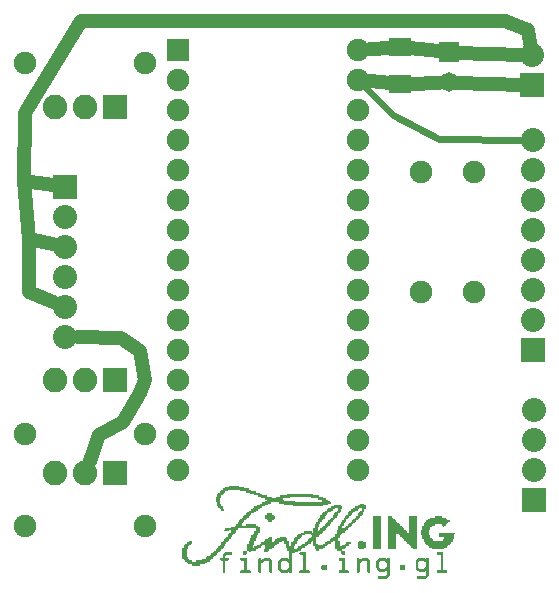
<source format=gtl>
G04 MADE WITH FRITZING*
G04 WWW.FRITZING.ORG*
G04 DOUBLE SIDED*
G04 HOLES PLATED*
G04 CONTOUR ON CENTER OF CONTOUR VECTOR*
%ASAXBY*%
%FSLAX23Y23*%
%MOIN*%
%OFA0B0*%
%SFA1.0B1.0*%
%ADD10C,0.080000*%
%ADD11C,0.075000*%
%ADD12C,0.082000*%
%ADD13C,0.065000*%
%ADD14R,0.080000X0.080000*%
%ADD15R,0.074803X0.062992*%
%ADD16R,0.082000X0.082000*%
%ADD17R,0.075000X0.075000*%
%ADD18C,0.048000*%
%ADD19C,0.024000*%
%ADD20R,0.001000X0.001000*%
%LNCOPPER1*%
G90*
G70*
G54D10*
X214Y1336D03*
X214Y1236D03*
X214Y1136D03*
X214Y1036D03*
X214Y936D03*
X214Y836D03*
X1778Y290D03*
X1778Y390D03*
X1778Y490D03*
X1778Y590D03*
X1771Y1674D03*
X1771Y1774D03*
G54D11*
X479Y1747D03*
X79Y1747D03*
X479Y513D03*
X79Y513D03*
X479Y206D03*
X79Y206D03*
X1578Y1386D03*
X1578Y986D03*
X1399Y1386D03*
X1399Y986D03*
G54D12*
X382Y1601D03*
X282Y1601D03*
X182Y1601D03*
X382Y692D03*
X282Y692D03*
X182Y692D03*
X382Y381D03*
X282Y381D03*
X182Y381D03*
G54D13*
X1495Y1784D03*
X1495Y1684D03*
X1495Y1784D03*
X1495Y1684D03*
G54D10*
X1775Y791D03*
X1775Y891D03*
X1775Y991D03*
X1775Y1091D03*
X1775Y1191D03*
X1775Y1291D03*
X1775Y1391D03*
X1775Y1491D03*
G54D11*
X590Y1792D03*
X1190Y1792D03*
X590Y1692D03*
X1190Y1692D03*
X590Y1592D03*
X1190Y1592D03*
X590Y1492D03*
X1190Y1492D03*
X590Y1392D03*
X1190Y1392D03*
X590Y1292D03*
X1190Y1292D03*
X590Y1192D03*
X1190Y1192D03*
X590Y1092D03*
X1190Y1092D03*
X590Y992D03*
X1190Y992D03*
X590Y892D03*
X1190Y892D03*
X590Y792D03*
X1190Y792D03*
X590Y692D03*
X1190Y692D03*
X590Y592D03*
X1190Y592D03*
X590Y492D03*
X1190Y492D03*
X590Y392D03*
X1190Y392D03*
G54D14*
X214Y1336D03*
X1778Y290D03*
X1771Y1674D03*
G54D15*
X1331Y1800D03*
X1331Y1678D03*
G54D16*
X382Y1601D03*
X382Y692D03*
X382Y381D03*
G54D14*
X1775Y791D03*
G54D17*
X590Y1792D03*
G54D18*
X401Y832D02*
X257Y835D01*
D02*
X481Y690D02*
X463Y789D01*
D02*
X463Y789D02*
X401Y832D01*
D02*
X407Y551D02*
X465Y647D01*
D02*
X328Y508D02*
X407Y551D01*
D02*
X465Y647D02*
X481Y690D01*
D02*
X297Y421D02*
X328Y508D01*
D02*
X76Y1354D02*
X80Y1583D01*
D02*
X80Y1583D02*
X268Y1888D01*
D02*
X268Y1888D02*
X1679Y1888D01*
D02*
X1679Y1888D02*
X1756Y1857D01*
D02*
X1756Y1857D02*
X1763Y1816D01*
D02*
X173Y1341D02*
X76Y1354D01*
D02*
X93Y1162D02*
X173Y1145D01*
D02*
X76Y1354D02*
X93Y1162D01*
D02*
X93Y986D02*
X175Y952D01*
D02*
X93Y1162D02*
X93Y986D01*
D02*
X1459Y1682D02*
X1363Y1679D01*
D02*
X1299Y1681D02*
X1230Y1688D01*
D02*
X1299Y1798D02*
X1230Y1794D01*
D02*
X1459Y1787D02*
X1363Y1797D01*
G54D19*
D02*
X1744Y1492D02*
X1461Y1496D01*
D02*
X1306Y1574D02*
X1210Y1672D01*
D02*
X1461Y1496D02*
X1306Y1574D01*
G54D18*
D02*
X1520Y1683D02*
X1740Y1676D01*
D02*
X1520Y1783D02*
X1740Y1776D01*
G36*
X886Y247D02*
X886Y242D01*
X881Y242D01*
X881Y229D01*
X886Y229D01*
X886Y224D01*
X890Y224D01*
X890Y219D01*
X904Y219D01*
X904Y224D01*
X909Y224D01*
X909Y229D01*
X913Y229D01*
X913Y238D01*
X909Y238D01*
X909Y242D01*
X904Y242D01*
X904Y247D01*
X886Y247D01*
G37*
D02*
G36*
X1239Y238D02*
X1239Y128D01*
X1267Y128D01*
X1267Y238D01*
X1239Y238D01*
G37*
D02*
G36*
X1290Y238D02*
X1290Y183D01*
X1354Y183D01*
X1354Y187D01*
X1350Y187D01*
X1350Y192D01*
X1345Y192D01*
X1345Y197D01*
X1340Y197D01*
X1340Y201D01*
X1336Y201D01*
X1336Y206D01*
X1331Y206D01*
X1331Y210D01*
X1327Y210D01*
X1327Y215D01*
X1322Y215D01*
X1322Y219D01*
X1317Y219D01*
X1317Y224D01*
X1313Y224D01*
X1313Y229D01*
X1308Y229D01*
X1308Y233D01*
X1304Y233D01*
X1304Y238D01*
X1290Y238D01*
G37*
D02*
G36*
X1359Y238D02*
X1359Y183D01*
X1386Y183D01*
X1386Y238D01*
X1359Y238D01*
G37*
D02*
G36*
X1290Y183D02*
X1290Y178D01*
X1386Y178D01*
X1386Y183D01*
X1290Y183D01*
G37*
D02*
G36*
X1290Y183D02*
X1290Y178D01*
X1386Y178D01*
X1386Y183D01*
X1290Y183D01*
G37*
D02*
G36*
X1290Y178D02*
X1290Y128D01*
X1317Y128D01*
X1317Y178D01*
X1290Y178D01*
G37*
D02*
G36*
X1327Y178D02*
X1327Y174D01*
X1331Y174D01*
X1331Y169D01*
X1336Y169D01*
X1336Y164D01*
X1340Y164D01*
X1340Y160D01*
X1345Y160D01*
X1345Y155D01*
X1350Y155D01*
X1350Y151D01*
X1354Y151D01*
X1354Y146D01*
X1359Y146D01*
X1359Y141D01*
X1363Y141D01*
X1363Y137D01*
X1368Y137D01*
X1368Y132D01*
X1373Y132D01*
X1373Y128D01*
X1386Y128D01*
X1386Y178D01*
X1327Y178D01*
G37*
D02*
G36*
X1446Y238D02*
X1446Y233D01*
X1432Y233D01*
X1432Y229D01*
X1423Y229D01*
X1423Y224D01*
X1418Y224D01*
X1418Y219D01*
X1414Y219D01*
X1414Y215D01*
X1409Y215D01*
X1409Y210D01*
X1469Y210D01*
X1469Y206D01*
X1474Y206D01*
X1474Y201D01*
X1478Y201D01*
X1478Y206D01*
X1483Y206D01*
X1483Y210D01*
X1487Y210D01*
X1487Y215D01*
X1492Y215D01*
X1492Y219D01*
X1497Y219D01*
X1497Y224D01*
X1487Y224D01*
X1487Y229D01*
X1483Y229D01*
X1483Y233D01*
X1469Y233D01*
X1469Y238D01*
X1446Y238D01*
G37*
D02*
G36*
X1409Y210D02*
X1409Y206D01*
X1405Y206D01*
X1405Y192D01*
X1400Y192D01*
X1400Y174D01*
X1405Y174D01*
X1405Y160D01*
X1409Y160D01*
X1409Y155D01*
X1441Y155D01*
X1441Y160D01*
X1437Y160D01*
X1437Y164D01*
X1432Y164D01*
X1432Y174D01*
X1428Y174D01*
X1428Y192D01*
X1432Y192D01*
X1432Y201D01*
X1437Y201D01*
X1437Y206D01*
X1446Y206D01*
X1446Y210D01*
X1409Y210D01*
G37*
D02*
G36*
X1460Y183D02*
X1460Y169D01*
X1478Y169D01*
X1478Y160D01*
X1474Y160D01*
X1474Y155D01*
X1506Y155D01*
X1506Y160D01*
X1510Y160D01*
X1510Y178D01*
X1515Y178D01*
X1515Y183D01*
X1460Y183D01*
G37*
D02*
G36*
X1409Y155D02*
X1409Y151D01*
X1506Y151D01*
X1506Y155D01*
X1409Y155D01*
G37*
D02*
G36*
X1409Y155D02*
X1409Y151D01*
X1506Y151D01*
X1506Y155D01*
X1409Y155D01*
G37*
D02*
G36*
X1414Y151D02*
X1414Y146D01*
X1418Y146D01*
X1418Y141D01*
X1423Y141D01*
X1423Y137D01*
X1428Y137D01*
X1428Y132D01*
X1437Y132D01*
X1437Y128D01*
X1478Y128D01*
X1478Y132D01*
X1487Y132D01*
X1487Y137D01*
X1492Y137D01*
X1492Y141D01*
X1497Y141D01*
X1497Y146D01*
X1501Y146D01*
X1501Y151D01*
X1414Y151D01*
G37*
D02*
G36*
X762Y339D02*
X762Y334D01*
X748Y334D01*
X748Y330D01*
X739Y330D01*
X739Y325D01*
X798Y325D01*
X798Y321D01*
X817Y321D01*
X817Y316D01*
X831Y316D01*
X831Y311D01*
X844Y311D01*
X844Y307D01*
X858Y307D01*
X858Y302D01*
X867Y302D01*
X867Y298D01*
X904Y298D01*
X904Y302D01*
X886Y302D01*
X886Y307D01*
X872Y307D01*
X872Y311D01*
X863Y311D01*
X863Y316D01*
X849Y316D01*
X849Y321D01*
X835Y321D01*
X835Y325D01*
X826Y325D01*
X826Y330D01*
X812Y330D01*
X812Y334D01*
X794Y334D01*
X794Y339D01*
X762Y339D01*
G37*
D02*
G36*
X734Y325D02*
X734Y321D01*
X729Y321D01*
X729Y316D01*
X725Y316D01*
X725Y311D01*
X720Y311D01*
X720Y302D01*
X716Y302D01*
X716Y284D01*
X720Y284D01*
X720Y270D01*
X725Y270D01*
X725Y265D01*
X729Y265D01*
X729Y261D01*
X734Y261D01*
X734Y256D01*
X743Y256D01*
X743Y261D01*
X739Y261D01*
X739Y270D01*
X734Y270D01*
X734Y279D01*
X729Y279D01*
X729Y298D01*
X734Y298D01*
X734Y307D01*
X739Y307D01*
X739Y311D01*
X743Y311D01*
X743Y316D01*
X748Y316D01*
X748Y321D01*
X757Y321D01*
X757Y325D01*
X734Y325D01*
G37*
D02*
G36*
X955Y311D02*
X955Y307D01*
X932Y307D01*
X932Y302D01*
X1033Y302D01*
X1033Y298D01*
X1056Y298D01*
X1056Y293D01*
X1069Y293D01*
X1069Y284D01*
X1097Y284D01*
X1097Y288D01*
X1092Y288D01*
X1092Y293D01*
X1083Y293D01*
X1083Y298D01*
X1074Y298D01*
X1074Y302D01*
X1060Y302D01*
X1060Y307D01*
X1042Y307D01*
X1042Y311D01*
X955Y311D01*
G37*
D02*
G36*
X918Y302D02*
X918Y298D01*
X964Y298D01*
X964Y302D01*
X918Y302D01*
G37*
D02*
G36*
X881Y298D02*
X881Y293D01*
X941Y293D01*
X941Y298D01*
X881Y298D01*
G37*
D02*
G36*
X881Y298D02*
X881Y293D01*
X941Y293D01*
X941Y298D01*
X881Y298D01*
G37*
D02*
G36*
X886Y293D02*
X886Y288D01*
X881Y288D01*
X881Y284D01*
X872Y284D01*
X872Y279D01*
X863Y279D01*
X863Y275D01*
X853Y275D01*
X853Y270D01*
X844Y270D01*
X844Y265D01*
X840Y265D01*
X840Y261D01*
X835Y261D01*
X835Y256D01*
X826Y256D01*
X826Y252D01*
X821Y252D01*
X821Y247D01*
X817Y247D01*
X817Y242D01*
X812Y242D01*
X812Y238D01*
X808Y238D01*
X808Y233D01*
X803Y233D01*
X803Y229D01*
X798Y229D01*
X798Y224D01*
X794Y224D01*
X794Y219D01*
X789Y219D01*
X789Y210D01*
X785Y210D01*
X785Y206D01*
X803Y206D01*
X803Y215D01*
X808Y215D01*
X808Y219D01*
X812Y219D01*
X812Y224D01*
X817Y224D01*
X817Y229D01*
X821Y229D01*
X821Y233D01*
X826Y233D01*
X826Y238D01*
X831Y238D01*
X831Y242D01*
X835Y242D01*
X835Y247D01*
X844Y247D01*
X844Y252D01*
X849Y252D01*
X849Y256D01*
X858Y256D01*
X858Y261D01*
X863Y261D01*
X863Y265D01*
X872Y265D01*
X872Y270D01*
X881Y270D01*
X881Y275D01*
X890Y275D01*
X890Y279D01*
X899Y279D01*
X899Y284D01*
X982Y284D01*
X982Y288D01*
X945Y288D01*
X945Y293D01*
X886Y293D01*
G37*
D02*
G36*
X927Y284D02*
X927Y279D01*
X1102Y279D01*
X1102Y284D01*
X927Y284D01*
G37*
D02*
G36*
X927Y284D02*
X927Y279D01*
X1102Y279D01*
X1102Y284D01*
X927Y284D01*
G37*
D02*
G36*
X945Y279D02*
X945Y275D01*
X973Y275D01*
X973Y270D01*
X1074Y270D01*
X1074Y275D01*
X1092Y275D01*
X1092Y279D01*
X945Y279D01*
G37*
D02*
G36*
X1198Y279D02*
X1198Y275D01*
X1189Y275D01*
X1189Y270D01*
X1180Y270D01*
X1180Y265D01*
X1203Y265D01*
X1203Y256D01*
X1198Y256D01*
X1198Y252D01*
X1193Y252D01*
X1193Y247D01*
X1189Y247D01*
X1189Y238D01*
X1184Y238D01*
X1184Y233D01*
X1180Y233D01*
X1180Y229D01*
X1175Y229D01*
X1175Y224D01*
X1170Y224D01*
X1170Y219D01*
X1166Y219D01*
X1166Y215D01*
X1161Y215D01*
X1161Y210D01*
X1157Y210D01*
X1157Y206D01*
X1152Y206D01*
X1152Y201D01*
X1147Y201D01*
X1147Y197D01*
X1161Y197D01*
X1161Y201D01*
X1166Y201D01*
X1166Y206D01*
X1170Y206D01*
X1170Y210D01*
X1175Y210D01*
X1175Y215D01*
X1180Y215D01*
X1180Y219D01*
X1184Y219D01*
X1184Y224D01*
X1189Y224D01*
X1189Y229D01*
X1193Y229D01*
X1193Y233D01*
X1198Y233D01*
X1198Y238D01*
X1203Y238D01*
X1203Y242D01*
X1207Y242D01*
X1207Y252D01*
X1212Y252D01*
X1212Y261D01*
X1216Y261D01*
X1216Y275D01*
X1212Y275D01*
X1212Y279D01*
X1198Y279D01*
G37*
D02*
G36*
X1111Y275D02*
X1111Y270D01*
X1102Y270D01*
X1102Y265D01*
X1124Y265D01*
X1124Y256D01*
X1120Y256D01*
X1120Y252D01*
X1115Y252D01*
X1115Y247D01*
X1111Y247D01*
X1111Y242D01*
X1106Y242D01*
X1106Y233D01*
X1102Y233D01*
X1102Y229D01*
X1097Y229D01*
X1097Y224D01*
X1092Y224D01*
X1092Y219D01*
X1088Y219D01*
X1088Y215D01*
X1083Y215D01*
X1083Y210D01*
X1079Y210D01*
X1079Y206D01*
X1074Y206D01*
X1074Y201D01*
X1069Y201D01*
X1069Y197D01*
X1065Y197D01*
X1065Y192D01*
X1060Y192D01*
X1060Y187D01*
X1079Y187D01*
X1079Y192D01*
X1083Y192D01*
X1083Y197D01*
X1088Y197D01*
X1088Y201D01*
X1092Y201D01*
X1092Y206D01*
X1097Y206D01*
X1097Y210D01*
X1102Y210D01*
X1102Y219D01*
X1106Y219D01*
X1106Y224D01*
X1111Y224D01*
X1111Y229D01*
X1115Y229D01*
X1115Y233D01*
X1120Y233D01*
X1120Y238D01*
X1124Y238D01*
X1124Y247D01*
X1129Y247D01*
X1129Y252D01*
X1134Y252D01*
X1134Y261D01*
X1138Y261D01*
X1138Y270D01*
X1134Y270D01*
X1134Y275D01*
X1111Y275D01*
G37*
D02*
G36*
X1092Y265D02*
X1092Y261D01*
X1088Y261D01*
X1088Y256D01*
X1079Y256D01*
X1079Y252D01*
X1074Y252D01*
X1074Y247D01*
X1069Y247D01*
X1069Y242D01*
X1065Y242D01*
X1065Y233D01*
X1060Y233D01*
X1060Y229D01*
X1056Y229D01*
X1056Y219D01*
X1051Y219D01*
X1051Y210D01*
X1046Y210D01*
X1046Y197D01*
X1042Y197D01*
X1042Y187D01*
X1056Y187D01*
X1056Y201D01*
X1060Y201D01*
X1060Y210D01*
X1065Y210D01*
X1065Y219D01*
X1069Y219D01*
X1069Y224D01*
X1074Y224D01*
X1074Y229D01*
X1079Y229D01*
X1079Y238D01*
X1083Y238D01*
X1083Y242D01*
X1088Y242D01*
X1088Y247D01*
X1092Y247D01*
X1092Y252D01*
X1102Y252D01*
X1102Y256D01*
X1106Y256D01*
X1106Y261D01*
X1115Y261D01*
X1115Y265D01*
X1092Y265D01*
G37*
D02*
G36*
X1175Y265D02*
X1175Y261D01*
X1166Y261D01*
X1166Y256D01*
X1161Y256D01*
X1161Y252D01*
X1157Y252D01*
X1157Y242D01*
X1152Y242D01*
X1152Y238D01*
X1147Y238D01*
X1147Y233D01*
X1143Y233D01*
X1143Y224D01*
X1138Y224D01*
X1138Y219D01*
X1134Y219D01*
X1134Y210D01*
X1129Y210D01*
X1129Y206D01*
X1124Y206D01*
X1124Y197D01*
X1138Y197D01*
X1138Y206D01*
X1143Y206D01*
X1143Y215D01*
X1147Y215D01*
X1147Y219D01*
X1152Y219D01*
X1152Y229D01*
X1157Y229D01*
X1157Y233D01*
X1161Y233D01*
X1161Y238D01*
X1166Y238D01*
X1166Y242D01*
X1170Y242D01*
X1170Y247D01*
X1175Y247D01*
X1175Y252D01*
X1180Y252D01*
X1180Y256D01*
X1189Y256D01*
X1189Y261D01*
X1193Y261D01*
X1193Y265D01*
X1175Y265D01*
G37*
D02*
G36*
X817Y210D02*
X817Y206D01*
X849Y206D01*
X849Y210D01*
X817Y210D01*
G37*
D02*
G36*
X780Y206D02*
X780Y201D01*
X858Y201D01*
X858Y206D01*
X780Y206D01*
G37*
D02*
G36*
X780Y206D02*
X780Y201D01*
X858Y201D01*
X858Y206D01*
X780Y206D01*
G37*
D02*
G36*
X766Y201D02*
X766Y197D01*
X849Y197D01*
X849Y187D01*
X844Y187D01*
X844Y178D01*
X840Y178D01*
X840Y174D01*
X835Y174D01*
X835Y164D01*
X831Y164D01*
X831Y155D01*
X826Y155D01*
X826Y146D01*
X821Y146D01*
X821Y132D01*
X840Y132D01*
X840Y141D01*
X844Y141D01*
X844Y155D01*
X849Y155D01*
X849Y164D01*
X853Y164D01*
X853Y174D01*
X858Y174D01*
X858Y183D01*
X863Y183D01*
X863Y201D01*
X766Y201D01*
G37*
D02*
G36*
X748Y197D02*
X748Y192D01*
X766Y192D01*
X766Y183D01*
X762Y183D01*
X762Y178D01*
X757Y178D01*
X757Y169D01*
X752Y169D01*
X752Y164D01*
X748Y164D01*
X748Y160D01*
X743Y160D01*
X743Y155D01*
X739Y155D01*
X739Y151D01*
X734Y151D01*
X734Y141D01*
X729Y141D01*
X729Y137D01*
X725Y137D01*
X725Y132D01*
X720Y132D01*
X720Y128D01*
X716Y128D01*
X716Y123D01*
X711Y123D01*
X711Y118D01*
X706Y118D01*
X706Y114D01*
X702Y114D01*
X702Y109D01*
X697Y109D01*
X697Y105D01*
X688Y105D01*
X688Y100D01*
X684Y100D01*
X684Y95D01*
X670Y95D01*
X670Y91D01*
X651Y91D01*
X651Y86D01*
X697Y86D01*
X697Y91D01*
X702Y91D01*
X702Y95D01*
X706Y95D01*
X706Y100D01*
X711Y100D01*
X711Y105D01*
X716Y105D01*
X716Y109D01*
X720Y109D01*
X720Y114D01*
X725Y114D01*
X725Y118D01*
X729Y118D01*
X729Y123D01*
X734Y123D01*
X734Y128D01*
X739Y128D01*
X739Y132D01*
X743Y132D01*
X743Y137D01*
X748Y137D01*
X748Y146D01*
X752Y146D01*
X752Y151D01*
X757Y151D01*
X757Y155D01*
X762Y155D01*
X762Y160D01*
X766Y160D01*
X766Y169D01*
X771Y169D01*
X771Y174D01*
X775Y174D01*
X775Y178D01*
X780Y178D01*
X780Y183D01*
X785Y183D01*
X785Y192D01*
X789Y192D01*
X789Y197D01*
X748Y197D01*
G37*
D02*
G36*
X1124Y197D02*
X1124Y192D01*
X1157Y192D01*
X1157Y197D01*
X1124Y197D01*
G37*
D02*
G36*
X1124Y197D02*
X1124Y192D01*
X1157Y192D01*
X1157Y197D01*
X1124Y197D01*
G37*
D02*
G36*
X743Y192D02*
X743Y187D01*
X762Y187D01*
X762Y192D01*
X743Y192D01*
G37*
D02*
G36*
X1120Y192D02*
X1120Y178D01*
X1115Y178D01*
X1115Y169D01*
X1106Y169D01*
X1106Y164D01*
X1102Y164D01*
X1102Y160D01*
X1097Y160D01*
X1097Y155D01*
X1115Y155D01*
X1115Y137D01*
X1129Y137D01*
X1129Y155D01*
X1124Y155D01*
X1124Y164D01*
X1129Y164D01*
X1129Y174D01*
X1134Y174D01*
X1134Y178D01*
X1138Y178D01*
X1138Y183D01*
X1147Y183D01*
X1147Y187D01*
X1152Y187D01*
X1152Y192D01*
X1120Y192D01*
G37*
D02*
G36*
X1010Y187D02*
X1010Y183D01*
X1037Y183D01*
X1037Y187D01*
X1010Y187D01*
G37*
D02*
G36*
X1042Y187D02*
X1042Y183D01*
X1074Y183D01*
X1074Y187D01*
X1042Y187D01*
G37*
D02*
G36*
X1042Y187D02*
X1042Y183D01*
X1074Y183D01*
X1074Y187D01*
X1042Y187D01*
G37*
D02*
G36*
X1000Y183D02*
X1000Y178D01*
X1069Y178D01*
X1069Y183D01*
X1000Y183D01*
G37*
D02*
G36*
X1000Y183D02*
X1000Y178D01*
X1069Y178D01*
X1069Y183D01*
X1000Y183D01*
G37*
D02*
G36*
X991Y178D02*
X991Y174D01*
X987Y174D01*
X987Y169D01*
X982Y169D01*
X982Y164D01*
X977Y164D01*
X977Y155D01*
X973Y155D01*
X973Y151D01*
X968Y151D01*
X968Y137D01*
X982Y137D01*
X982Y146D01*
X987Y146D01*
X987Y155D01*
X991Y155D01*
X991Y160D01*
X996Y160D01*
X996Y164D01*
X1000Y164D01*
X1000Y169D01*
X1005Y169D01*
X1005Y174D01*
X1014Y174D01*
X1014Y178D01*
X991Y178D01*
G37*
D02*
G36*
X1033Y178D02*
X1033Y174D01*
X1037Y174D01*
X1037Y169D01*
X1033Y169D01*
X1033Y164D01*
X1028Y164D01*
X1028Y160D01*
X1023Y160D01*
X1023Y155D01*
X1042Y155D01*
X1042Y141D01*
X1056Y141D01*
X1056Y146D01*
X1051Y146D01*
X1051Y169D01*
X1060Y169D01*
X1060Y174D01*
X1065Y174D01*
X1065Y178D01*
X1033Y178D01*
G37*
D02*
G36*
X895Y169D02*
X895Y164D01*
X890Y164D01*
X890Y160D01*
X881Y160D01*
X881Y155D01*
X876Y155D01*
X876Y151D01*
X904Y151D01*
X904Y169D01*
X895Y169D01*
G37*
D02*
G36*
X932Y169D02*
X932Y164D01*
X922Y164D01*
X922Y160D01*
X913Y160D01*
X913Y155D01*
X945Y155D01*
X945Y146D01*
X950Y146D01*
X950Y137D01*
X959Y137D01*
X959Y155D01*
X955Y155D01*
X955Y164D01*
X950Y164D01*
X950Y169D01*
X932Y169D01*
G37*
D02*
G36*
X628Y155D02*
X628Y151D01*
X619Y151D01*
X619Y146D01*
X615Y146D01*
X615Y141D01*
X610Y141D01*
X610Y132D01*
X605Y132D01*
X605Y95D01*
X610Y95D01*
X610Y91D01*
X615Y91D01*
X615Y86D01*
X638Y86D01*
X638Y91D01*
X628Y91D01*
X628Y95D01*
X624Y95D01*
X624Y100D01*
X619Y100D01*
X619Y128D01*
X624Y128D01*
X624Y137D01*
X628Y137D01*
X628Y141D01*
X633Y141D01*
X633Y146D01*
X638Y146D01*
X638Y155D01*
X628Y155D01*
G37*
D02*
G36*
X909Y155D02*
X909Y151D01*
X936Y151D01*
X936Y155D01*
X909Y155D01*
G37*
D02*
G36*
X1019Y155D02*
X1019Y151D01*
X1014Y151D01*
X1014Y146D01*
X1005Y146D01*
X1005Y141D01*
X1000Y141D01*
X1000Y137D01*
X991Y137D01*
X991Y132D01*
X987Y132D01*
X987Y128D01*
X1005Y128D01*
X1005Y132D01*
X1014Y132D01*
X1014Y137D01*
X1019Y137D01*
X1019Y141D01*
X1023Y141D01*
X1023Y146D01*
X1033Y146D01*
X1033Y151D01*
X1037Y151D01*
X1037Y155D01*
X1019Y155D01*
G37*
D02*
G36*
X1088Y155D02*
X1088Y151D01*
X1079Y151D01*
X1079Y146D01*
X1074Y146D01*
X1074Y141D01*
X1092Y141D01*
X1092Y146D01*
X1102Y146D01*
X1102Y151D01*
X1106Y151D01*
X1106Y155D01*
X1088Y155D01*
G37*
D02*
G36*
X867Y151D02*
X867Y146D01*
X927Y146D01*
X927Y151D01*
X867Y151D01*
G37*
D02*
G36*
X867Y151D02*
X867Y146D01*
X927Y146D01*
X927Y151D01*
X867Y151D01*
G37*
D02*
G36*
X1152Y151D02*
X1152Y146D01*
X1147Y146D01*
X1147Y141D01*
X1138Y141D01*
X1138Y137D01*
X1161Y137D01*
X1161Y146D01*
X1166Y146D01*
X1166Y151D01*
X1152Y151D01*
G37*
D02*
G36*
X863Y146D02*
X863Y141D01*
X881Y141D01*
X881Y128D01*
X876Y128D01*
X876Y118D01*
X890Y118D01*
X890Y123D01*
X895Y123D01*
X895Y128D01*
X904Y128D01*
X904Y132D01*
X909Y132D01*
X909Y137D01*
X913Y137D01*
X913Y141D01*
X922Y141D01*
X922Y146D01*
X863Y146D01*
G37*
D02*
G36*
X853Y141D02*
X853Y137D01*
X844Y137D01*
X844Y132D01*
X867Y132D01*
X867Y137D01*
X872Y137D01*
X872Y141D01*
X853Y141D01*
G37*
D02*
G36*
X1042Y141D02*
X1042Y137D01*
X1088Y137D01*
X1088Y141D01*
X1042Y141D01*
G37*
D02*
G36*
X1042Y141D02*
X1042Y137D01*
X1088Y137D01*
X1088Y141D01*
X1042Y141D01*
G37*
D02*
G36*
X950Y137D02*
X950Y132D01*
X977Y132D01*
X977Y137D01*
X950Y137D01*
G37*
D02*
G36*
X950Y137D02*
X950Y132D01*
X977Y132D01*
X977Y137D01*
X950Y137D01*
G37*
D02*
G36*
X1046Y137D02*
X1046Y128D01*
X1051Y128D01*
X1051Y123D01*
X1060Y123D01*
X1060Y128D01*
X1074Y128D01*
X1074Y132D01*
X1079Y132D01*
X1079Y137D01*
X1046Y137D01*
G37*
D02*
G36*
X1115Y137D02*
X1115Y132D01*
X1152Y132D01*
X1152Y137D01*
X1115Y137D01*
G37*
D02*
G36*
X1115Y137D02*
X1115Y132D01*
X1152Y132D01*
X1152Y137D01*
X1115Y137D01*
G37*
D02*
G36*
X821Y132D02*
X821Y128D01*
X858Y128D01*
X858Y132D01*
X821Y132D01*
G37*
D02*
G36*
X821Y132D02*
X821Y128D01*
X858Y128D01*
X858Y132D01*
X821Y132D01*
G37*
D02*
G36*
X955Y132D02*
X955Y128D01*
X977Y128D01*
X977Y132D01*
X955Y132D01*
G37*
D02*
G36*
X1115Y132D02*
X1115Y128D01*
X1120Y128D01*
X1120Y123D01*
X1138Y123D01*
X1138Y128D01*
X1147Y128D01*
X1147Y132D01*
X1115Y132D01*
G37*
D02*
G36*
X821Y128D02*
X821Y123D01*
X826Y123D01*
X826Y118D01*
X835Y118D01*
X835Y123D01*
X849Y123D01*
X849Y128D01*
X821Y128D01*
G37*
D02*
G36*
X955Y128D02*
X955Y123D01*
X1000Y123D01*
X1000Y128D01*
X955Y128D01*
G37*
D02*
G36*
X955Y128D02*
X955Y123D01*
X1000Y123D01*
X1000Y128D01*
X955Y128D01*
G37*
D02*
G36*
X959Y123D02*
X959Y118D01*
X964Y118D01*
X964Y114D01*
X982Y114D01*
X982Y118D01*
X991Y118D01*
X991Y123D01*
X959Y123D01*
G37*
D02*
G36*
X619Y86D02*
X619Y82D01*
X688Y82D01*
X688Y86D01*
X619Y86D01*
G37*
D02*
G36*
X619Y86D02*
X619Y82D01*
X688Y82D01*
X688Y86D01*
X619Y86D01*
G37*
D02*
G36*
X624Y82D02*
X624Y77D01*
X638Y77D01*
X638Y73D01*
X665Y73D01*
X665Y77D01*
X679Y77D01*
X679Y82D01*
X624Y82D01*
G37*
D02*
G36*
X1193Y155D02*
X1193Y151D01*
X1189Y151D01*
X1189Y132D01*
X1193Y132D01*
X1193Y128D01*
X1212Y128D01*
X1212Y132D01*
X1216Y132D01*
X1216Y151D01*
X1207Y151D01*
X1207Y155D01*
X1193Y155D01*
G37*
D02*
G54D20*
X1462Y1817D02*
X1526Y1817D01*
X1462Y1816D02*
X1526Y1816D01*
X1462Y1815D02*
X1526Y1815D01*
X1462Y1814D02*
X1526Y1814D01*
X1462Y1813D02*
X1526Y1813D01*
X1462Y1812D02*
X1526Y1812D01*
X1462Y1811D02*
X1526Y1811D01*
X1462Y1810D02*
X1526Y1810D01*
X1462Y1809D02*
X1526Y1809D01*
X1462Y1808D02*
X1526Y1808D01*
X1462Y1807D02*
X1526Y1807D01*
X1462Y1806D02*
X1526Y1806D01*
X1462Y1805D02*
X1526Y1805D01*
X1462Y1804D02*
X1526Y1804D01*
X1462Y1803D02*
X1526Y1803D01*
X1462Y1802D02*
X1526Y1802D01*
X1462Y1801D02*
X1526Y1801D01*
X1462Y1800D02*
X1526Y1800D01*
X1462Y1799D02*
X1526Y1799D01*
X1462Y1798D02*
X1490Y1798D01*
X1498Y1798D02*
X1526Y1798D01*
X1462Y1797D02*
X1487Y1797D01*
X1501Y1797D02*
X1526Y1797D01*
X1462Y1796D02*
X1486Y1796D01*
X1502Y1796D02*
X1526Y1796D01*
X1462Y1795D02*
X1485Y1795D01*
X1504Y1795D02*
X1526Y1795D01*
X1462Y1794D02*
X1483Y1794D01*
X1505Y1794D02*
X1526Y1794D01*
X1462Y1793D02*
X1483Y1793D01*
X1505Y1793D02*
X1526Y1793D01*
X1462Y1792D02*
X1482Y1792D01*
X1506Y1792D02*
X1526Y1792D01*
X1462Y1791D02*
X1481Y1791D01*
X1507Y1791D02*
X1526Y1791D01*
X1462Y1790D02*
X1481Y1790D01*
X1507Y1790D02*
X1526Y1790D01*
X1462Y1789D02*
X1481Y1789D01*
X1508Y1789D02*
X1526Y1789D01*
X1462Y1788D02*
X1480Y1788D01*
X1508Y1788D02*
X1526Y1788D01*
X1462Y1787D02*
X1480Y1787D01*
X1508Y1787D02*
X1526Y1787D01*
X1462Y1786D02*
X1480Y1786D01*
X1508Y1786D02*
X1526Y1786D01*
X1462Y1785D02*
X1480Y1785D01*
X1508Y1785D02*
X1526Y1785D01*
X1462Y1784D02*
X1480Y1784D01*
X1508Y1784D02*
X1526Y1784D01*
X1462Y1783D02*
X1480Y1783D01*
X1508Y1783D02*
X1526Y1783D01*
X1462Y1782D02*
X1480Y1782D01*
X1508Y1782D02*
X1526Y1782D01*
X1462Y1781D02*
X1480Y1781D01*
X1508Y1781D02*
X1526Y1781D01*
X1462Y1780D02*
X1481Y1780D01*
X1507Y1780D02*
X1526Y1780D01*
X1462Y1779D02*
X1481Y1779D01*
X1507Y1779D02*
X1526Y1779D01*
X1462Y1778D02*
X1482Y1778D01*
X1506Y1778D02*
X1526Y1778D01*
X1462Y1777D02*
X1482Y1777D01*
X1506Y1777D02*
X1526Y1777D01*
X1462Y1776D02*
X1483Y1776D01*
X1505Y1776D02*
X1526Y1776D01*
X1462Y1775D02*
X1484Y1775D01*
X1504Y1775D02*
X1526Y1775D01*
X1462Y1774D02*
X1485Y1774D01*
X1503Y1774D02*
X1526Y1774D01*
X1462Y1773D02*
X1486Y1773D01*
X1502Y1773D02*
X1526Y1773D01*
X1462Y1772D02*
X1488Y1772D01*
X1500Y1772D02*
X1526Y1772D01*
X1462Y1771D02*
X1492Y1771D01*
X1496Y1771D02*
X1526Y1771D01*
X1462Y1770D02*
X1526Y1770D01*
X1462Y1769D02*
X1526Y1769D01*
X1462Y1768D02*
X1526Y1768D01*
X1462Y1767D02*
X1526Y1767D01*
X1462Y1766D02*
X1526Y1766D01*
X1462Y1765D02*
X1526Y1765D01*
X1462Y1764D02*
X1526Y1764D01*
X1462Y1763D02*
X1526Y1763D01*
X1462Y1762D02*
X1526Y1762D01*
X1462Y1761D02*
X1526Y1761D01*
X1462Y1760D02*
X1526Y1760D01*
X1462Y1759D02*
X1526Y1759D01*
X1462Y1758D02*
X1526Y1758D01*
X1462Y1757D02*
X1526Y1757D01*
X1462Y1756D02*
X1526Y1756D01*
X1462Y1755D02*
X1526Y1755D01*
X1462Y1754D02*
X1526Y1754D01*
X1462Y1753D02*
X1526Y1753D01*
X809Y121D02*
X818Y121D01*
X1136Y121D02*
X1145Y121D01*
X808Y120D02*
X819Y120D01*
X1135Y120D02*
X1146Y120D01*
X808Y119D02*
X820Y119D01*
X1135Y119D02*
X1147Y119D01*
X754Y118D02*
X767Y118D01*
X808Y118D02*
X820Y118D01*
X965Y118D02*
X965Y118D01*
X999Y118D02*
X1013Y118D01*
X1135Y118D02*
X1147Y118D01*
X1456Y118D02*
X1470Y118D01*
X750Y117D02*
X769Y117D01*
X808Y117D02*
X820Y117D01*
X963Y117D02*
X967Y117D01*
X996Y117D02*
X1015Y117D01*
X1135Y117D02*
X1147Y117D01*
X1454Y117D02*
X1473Y117D01*
X748Y116D02*
X770Y116D01*
X808Y116D02*
X820Y116D01*
X962Y116D02*
X968Y116D01*
X996Y116D02*
X1016Y116D01*
X1135Y116D02*
X1147Y116D01*
X1453Y116D02*
X1473Y116D01*
X746Y115D02*
X770Y115D01*
X808Y115D02*
X820Y115D01*
X961Y115D02*
X969Y115D01*
X995Y115D02*
X1016Y115D01*
X1135Y115D02*
X1147Y115D01*
X1453Y115D02*
X1474Y115D01*
X745Y114D02*
X770Y114D01*
X808Y114D02*
X820Y114D01*
X961Y114D02*
X969Y114D01*
X995Y114D02*
X1016Y114D01*
X1135Y114D02*
X1147Y114D01*
X1453Y114D02*
X1474Y114D01*
X744Y113D02*
X770Y113D01*
X808Y113D02*
X820Y113D01*
X961Y113D02*
X969Y113D01*
X995Y113D02*
X1016Y113D01*
X1135Y113D02*
X1147Y113D01*
X1453Y113D02*
X1474Y113D01*
X743Y112D02*
X770Y112D01*
X808Y112D02*
X820Y112D01*
X961Y112D02*
X969Y112D01*
X995Y112D02*
X1016Y112D01*
X1135Y112D02*
X1147Y112D01*
X1453Y112D02*
X1474Y112D01*
X743Y111D02*
X770Y111D01*
X808Y111D02*
X819Y111D01*
X961Y111D02*
X969Y111D01*
X996Y111D02*
X1016Y111D01*
X1135Y111D02*
X1146Y111D01*
X1453Y111D02*
X1474Y111D01*
X742Y110D02*
X769Y110D01*
X809Y110D02*
X818Y110D01*
X961Y110D02*
X969Y110D01*
X997Y110D02*
X1016Y110D01*
X1136Y110D02*
X1145Y110D01*
X1454Y110D02*
X1474Y110D01*
X741Y109D02*
X766Y109D01*
X812Y109D02*
X816Y109D01*
X961Y109D02*
X969Y109D01*
X999Y109D02*
X1016Y109D01*
X1139Y109D02*
X1143Y109D01*
X1457Y109D02*
X1474Y109D01*
X741Y108D02*
X751Y108D01*
X961Y108D02*
X969Y108D01*
X1008Y108D02*
X1016Y108D01*
X1466Y108D02*
X1474Y108D01*
X741Y107D02*
X750Y107D01*
X961Y107D02*
X969Y107D01*
X1008Y107D02*
X1016Y107D01*
X1466Y107D02*
X1474Y107D01*
X740Y106D02*
X749Y106D01*
X961Y106D02*
X969Y106D01*
X1008Y106D02*
X1016Y106D01*
X1466Y106D02*
X1474Y106D01*
X740Y105D02*
X749Y105D01*
X961Y105D02*
X969Y105D01*
X1008Y105D02*
X1016Y105D01*
X1466Y105D02*
X1474Y105D01*
X740Y104D02*
X748Y104D01*
X961Y104D02*
X969Y104D01*
X1008Y104D02*
X1016Y104D01*
X1466Y104D02*
X1474Y104D01*
X740Y103D02*
X748Y103D01*
X961Y103D02*
X969Y103D01*
X1008Y103D02*
X1016Y103D01*
X1466Y103D02*
X1474Y103D01*
X740Y102D02*
X748Y102D01*
X961Y102D02*
X969Y102D01*
X1008Y102D02*
X1016Y102D01*
X1466Y102D02*
X1474Y102D01*
X740Y101D02*
X748Y101D01*
X961Y101D02*
X969Y101D01*
X1008Y101D02*
X1016Y101D01*
X1466Y101D02*
X1474Y101D01*
X740Y100D02*
X748Y100D01*
X961Y100D02*
X969Y100D01*
X1008Y100D02*
X1016Y100D01*
X1466Y100D02*
X1474Y100D01*
X740Y99D02*
X748Y99D01*
X961Y99D02*
X969Y99D01*
X1008Y99D02*
X1016Y99D01*
X1466Y99D02*
X1474Y99D01*
X733Y98D02*
X760Y98D01*
X801Y98D02*
X818Y98D01*
X861Y98D02*
X866Y98D01*
X880Y98D02*
X894Y98D01*
X937Y98D02*
X952Y98D01*
X961Y98D02*
X969Y98D01*
X1008Y98D02*
X1016Y98D01*
X1128Y98D02*
X1145Y98D01*
X1188Y98D02*
X1193Y98D01*
X1207Y98D02*
X1221Y98D01*
X1264Y98D02*
X1279Y98D01*
X1290Y98D02*
X1294Y98D01*
X1395Y98D02*
X1410Y98D01*
X1421Y98D02*
X1425Y98D01*
X1466Y98D02*
X1474Y98D01*
X732Y97D02*
X761Y97D01*
X800Y97D02*
X819Y97D01*
X860Y97D02*
X867Y97D01*
X878Y97D02*
X896Y97D01*
X935Y97D02*
X954Y97D01*
X961Y97D02*
X969Y97D01*
X1008Y97D02*
X1016Y97D01*
X1127Y97D02*
X1146Y97D01*
X1187Y97D02*
X1194Y97D01*
X1205Y97D02*
X1223Y97D01*
X1262Y97D02*
X1281Y97D01*
X1289Y97D02*
X1295Y97D01*
X1393Y97D02*
X1412Y97D01*
X1420Y97D02*
X1426Y97D01*
X1466Y97D02*
X1474Y97D01*
X731Y96D02*
X761Y96D01*
X799Y96D02*
X820Y96D01*
X860Y96D02*
X867Y96D01*
X876Y96D02*
X897Y96D01*
X933Y96D02*
X956Y96D01*
X961Y96D02*
X969Y96D01*
X1008Y96D02*
X1016Y96D01*
X1126Y96D02*
X1147Y96D01*
X1187Y96D02*
X1194Y96D01*
X1203Y96D02*
X1224Y96D01*
X1260Y96D02*
X1283Y96D01*
X1288Y96D02*
X1296Y96D01*
X1391Y96D02*
X1414Y96D01*
X1419Y96D02*
X1427Y96D01*
X1466Y96D02*
X1474Y96D01*
X731Y95D02*
X761Y95D01*
X799Y95D02*
X820Y95D01*
X860Y95D02*
X868Y95D01*
X875Y95D02*
X898Y95D01*
X932Y95D02*
X957Y95D01*
X961Y95D02*
X969Y95D01*
X1008Y95D02*
X1016Y95D01*
X1126Y95D02*
X1147Y95D01*
X1187Y95D02*
X1194Y95D01*
X1202Y95D02*
X1225Y95D01*
X1259Y95D02*
X1284Y95D01*
X1288Y95D02*
X1296Y95D01*
X1390Y95D02*
X1415Y95D01*
X1419Y95D02*
X1427Y95D01*
X1466Y95D02*
X1474Y95D01*
X731Y94D02*
X762Y94D01*
X799Y94D02*
X820Y94D01*
X859Y94D02*
X868Y94D01*
X873Y94D02*
X899Y94D01*
X931Y94D02*
X958Y94D01*
X961Y94D02*
X969Y94D01*
X1008Y94D02*
X1016Y94D01*
X1126Y94D02*
X1147Y94D01*
X1186Y94D02*
X1195Y94D01*
X1200Y94D02*
X1226Y94D01*
X1258Y94D02*
X1285Y94D01*
X1288Y94D02*
X1296Y94D01*
X1389Y94D02*
X1416Y94D01*
X1419Y94D02*
X1427Y94D01*
X1466Y94D02*
X1474Y94D01*
X731Y93D02*
X761Y93D01*
X799Y93D02*
X820Y93D01*
X859Y93D02*
X868Y93D01*
X872Y93D02*
X900Y93D01*
X930Y93D02*
X969Y93D01*
X1008Y93D02*
X1016Y93D01*
X1126Y93D02*
X1147Y93D01*
X1186Y93D02*
X1195Y93D01*
X1199Y93D02*
X1227Y93D01*
X1257Y93D02*
X1296Y93D01*
X1388Y93D02*
X1427Y93D01*
X1466Y93D02*
X1474Y93D01*
X732Y92D02*
X761Y92D01*
X799Y92D02*
X820Y92D01*
X859Y92D02*
X868Y92D01*
X870Y92D02*
X901Y92D01*
X929Y92D02*
X969Y92D01*
X1008Y92D02*
X1016Y92D01*
X1126Y92D02*
X1147Y92D01*
X1186Y92D02*
X1195Y92D01*
X1197Y92D02*
X1228Y92D01*
X1256Y92D02*
X1296Y92D01*
X1387Y92D02*
X1427Y92D01*
X1466Y92D02*
X1474Y92D01*
X732Y91D02*
X760Y91D01*
X800Y91D02*
X820Y91D01*
X859Y91D02*
X901Y91D01*
X928Y91D02*
X969Y91D01*
X1008Y91D02*
X1016Y91D01*
X1127Y91D02*
X1147Y91D01*
X1186Y91D02*
X1228Y91D01*
X1255Y91D02*
X1296Y91D01*
X1386Y91D02*
X1427Y91D01*
X1466Y91D02*
X1474Y91D01*
X734Y90D02*
X758Y90D01*
X802Y90D02*
X820Y90D01*
X859Y90D02*
X902Y90D01*
X927Y90D02*
X969Y90D01*
X1008Y90D02*
X1016Y90D01*
X1129Y90D02*
X1147Y90D01*
X1186Y90D02*
X1229Y90D01*
X1254Y90D02*
X1296Y90D01*
X1385Y90D02*
X1427Y90D01*
X1466Y90D02*
X1474Y90D01*
X740Y89D02*
X748Y89D01*
X812Y89D02*
X820Y89D01*
X859Y89D02*
X881Y89D01*
X892Y89D02*
X902Y89D01*
X926Y89D02*
X938Y89D01*
X951Y89D02*
X969Y89D01*
X1008Y89D02*
X1016Y89D01*
X1139Y89D02*
X1147Y89D01*
X1186Y89D02*
X1208Y89D01*
X1219Y89D02*
X1229Y89D01*
X1254Y89D02*
X1265Y89D01*
X1278Y89D02*
X1296Y89D01*
X1384Y89D02*
X1396Y89D01*
X1409Y89D02*
X1427Y89D01*
X1466Y89D02*
X1474Y89D01*
X740Y88D02*
X748Y88D01*
X812Y88D02*
X820Y88D01*
X859Y88D02*
X880Y88D01*
X893Y88D02*
X902Y88D01*
X926Y88D02*
X937Y88D01*
X952Y88D02*
X969Y88D01*
X1008Y88D02*
X1016Y88D01*
X1139Y88D02*
X1147Y88D01*
X1186Y88D02*
X1207Y88D01*
X1220Y88D02*
X1229Y88D01*
X1253Y88D02*
X1264Y88D01*
X1279Y88D02*
X1296Y88D01*
X1384Y88D02*
X1395Y88D01*
X1410Y88D02*
X1427Y88D01*
X1466Y88D02*
X1474Y88D01*
X740Y87D02*
X748Y87D01*
X812Y87D02*
X820Y87D01*
X859Y87D02*
X878Y87D01*
X894Y87D02*
X902Y87D01*
X926Y87D02*
X936Y87D01*
X953Y87D02*
X969Y87D01*
X1008Y87D02*
X1016Y87D01*
X1139Y87D02*
X1147Y87D01*
X1186Y87D02*
X1205Y87D01*
X1221Y87D02*
X1229Y87D01*
X1253Y87D02*
X1263Y87D01*
X1280Y87D02*
X1296Y87D01*
X1383Y87D02*
X1394Y87D01*
X1411Y87D02*
X1427Y87D01*
X1466Y87D02*
X1474Y87D01*
X740Y86D02*
X748Y86D01*
X812Y86D02*
X820Y86D01*
X859Y86D02*
X877Y86D01*
X894Y86D02*
X902Y86D01*
X925Y86D02*
X935Y86D01*
X955Y86D02*
X969Y86D01*
X1008Y86D02*
X1016Y86D01*
X1139Y86D02*
X1147Y86D01*
X1186Y86D02*
X1204Y86D01*
X1221Y86D02*
X1229Y86D01*
X1252Y86D02*
X1262Y86D01*
X1282Y86D02*
X1296Y86D01*
X1383Y86D02*
X1393Y86D01*
X1412Y86D02*
X1427Y86D01*
X1466Y86D02*
X1474Y86D01*
X740Y85D02*
X748Y85D01*
X812Y85D02*
X820Y85D01*
X859Y85D02*
X875Y85D01*
X894Y85D02*
X903Y85D01*
X925Y85D02*
X934Y85D01*
X956Y85D02*
X969Y85D01*
X1008Y85D02*
X1016Y85D01*
X1139Y85D02*
X1147Y85D01*
X1186Y85D02*
X1202Y85D01*
X1221Y85D02*
X1230Y85D01*
X1252Y85D02*
X1261Y85D01*
X1283Y85D02*
X1296Y85D01*
X1383Y85D02*
X1392Y85D01*
X1413Y85D02*
X1427Y85D01*
X1466Y85D02*
X1474Y85D01*
X740Y84D02*
X748Y84D01*
X812Y84D02*
X820Y84D01*
X859Y84D02*
X874Y84D01*
X894Y84D02*
X903Y84D01*
X925Y84D02*
X933Y84D01*
X957Y84D02*
X969Y84D01*
X1008Y84D02*
X1016Y84D01*
X1139Y84D02*
X1147Y84D01*
X1186Y84D02*
X1201Y84D01*
X1221Y84D02*
X1230Y84D01*
X1252Y84D02*
X1260Y84D01*
X1284Y84D02*
X1296Y84D01*
X1383Y84D02*
X1391Y84D01*
X1415Y84D02*
X1427Y84D01*
X1466Y84D02*
X1474Y84D01*
X740Y83D02*
X748Y83D01*
X812Y83D02*
X820Y83D01*
X859Y83D02*
X872Y83D01*
X894Y83D02*
X903Y83D01*
X925Y83D02*
X933Y83D01*
X958Y83D02*
X969Y83D01*
X1008Y83D02*
X1016Y83D01*
X1139Y83D02*
X1147Y83D01*
X1186Y83D02*
X1199Y83D01*
X1221Y83D02*
X1230Y83D01*
X1252Y83D02*
X1260Y83D01*
X1285Y83D02*
X1296Y83D01*
X1383Y83D02*
X1391Y83D01*
X1416Y83D02*
X1427Y83D01*
X1466Y83D02*
X1474Y83D01*
X740Y82D02*
X748Y82D01*
X812Y82D02*
X820Y82D01*
X859Y82D02*
X870Y82D01*
X894Y82D02*
X903Y82D01*
X925Y82D02*
X933Y82D01*
X959Y82D02*
X969Y82D01*
X1008Y82D02*
X1016Y82D01*
X1139Y82D02*
X1147Y82D01*
X1186Y82D02*
X1197Y82D01*
X1221Y82D02*
X1230Y82D01*
X1252Y82D02*
X1260Y82D01*
X1286Y82D02*
X1296Y82D01*
X1383Y82D02*
X1391Y82D01*
X1417Y82D02*
X1427Y82D01*
X1466Y82D02*
X1474Y82D01*
X740Y81D02*
X748Y81D01*
X812Y81D02*
X820Y81D01*
X859Y81D02*
X869Y81D01*
X895Y81D02*
X903Y81D01*
X925Y81D02*
X933Y81D01*
X960Y81D02*
X969Y81D01*
X1008Y81D02*
X1016Y81D01*
X1139Y81D02*
X1147Y81D01*
X1186Y81D02*
X1196Y81D01*
X1221Y81D02*
X1230Y81D01*
X1252Y81D02*
X1260Y81D01*
X1287Y81D02*
X1296Y81D01*
X1383Y81D02*
X1391Y81D01*
X1418Y81D02*
X1427Y81D01*
X1466Y81D02*
X1474Y81D01*
X740Y80D02*
X748Y80D01*
X812Y80D02*
X820Y80D01*
X859Y80D02*
X868Y80D01*
X895Y80D02*
X903Y80D01*
X925Y80D02*
X933Y80D01*
X961Y80D02*
X969Y80D01*
X1008Y80D02*
X1016Y80D01*
X1139Y80D02*
X1147Y80D01*
X1186Y80D02*
X1195Y80D01*
X1222Y80D02*
X1230Y80D01*
X1252Y80D02*
X1260Y80D01*
X1288Y80D02*
X1296Y80D01*
X1383Y80D02*
X1391Y80D01*
X1418Y80D02*
X1427Y80D01*
X1466Y80D02*
X1474Y80D01*
X740Y79D02*
X748Y79D01*
X812Y79D02*
X820Y79D01*
X859Y79D02*
X868Y79D01*
X895Y79D02*
X903Y79D01*
X925Y79D02*
X933Y79D01*
X961Y79D02*
X969Y79D01*
X1008Y79D02*
X1016Y79D01*
X1139Y79D02*
X1147Y79D01*
X1186Y79D02*
X1195Y79D01*
X1222Y79D02*
X1230Y79D01*
X1252Y79D02*
X1260Y79D01*
X1288Y79D02*
X1296Y79D01*
X1383Y79D02*
X1391Y79D01*
X1419Y79D02*
X1427Y79D01*
X1466Y79D02*
X1474Y79D01*
X740Y78D02*
X748Y78D01*
X812Y78D02*
X820Y78D01*
X859Y78D02*
X868Y78D01*
X895Y78D02*
X903Y78D01*
X925Y78D02*
X933Y78D01*
X961Y78D02*
X969Y78D01*
X1008Y78D02*
X1016Y78D01*
X1139Y78D02*
X1147Y78D01*
X1186Y78D02*
X1195Y78D01*
X1222Y78D02*
X1230Y78D01*
X1252Y78D02*
X1260Y78D01*
X1288Y78D02*
X1296Y78D01*
X1383Y78D02*
X1391Y78D01*
X1419Y78D02*
X1427Y78D01*
X1466Y78D02*
X1474Y78D01*
X740Y77D02*
X748Y77D01*
X812Y77D02*
X820Y77D01*
X859Y77D02*
X868Y77D01*
X895Y77D02*
X903Y77D01*
X925Y77D02*
X933Y77D01*
X961Y77D02*
X969Y77D01*
X1008Y77D02*
X1016Y77D01*
X1139Y77D02*
X1147Y77D01*
X1186Y77D02*
X1195Y77D01*
X1222Y77D02*
X1230Y77D01*
X1252Y77D02*
X1260Y77D01*
X1288Y77D02*
X1296Y77D01*
X1383Y77D02*
X1391Y77D01*
X1419Y77D02*
X1427Y77D01*
X1466Y77D02*
X1474Y77D01*
X740Y76D02*
X748Y76D01*
X812Y76D02*
X820Y76D01*
X859Y76D02*
X868Y76D01*
X895Y76D02*
X903Y76D01*
X925Y76D02*
X933Y76D01*
X961Y76D02*
X969Y76D01*
X1008Y76D02*
X1016Y76D01*
X1139Y76D02*
X1147Y76D01*
X1186Y76D02*
X1195Y76D01*
X1222Y76D02*
X1230Y76D01*
X1252Y76D02*
X1260Y76D01*
X1288Y76D02*
X1296Y76D01*
X1383Y76D02*
X1391Y76D01*
X1419Y76D02*
X1427Y76D01*
X1466Y76D02*
X1474Y76D01*
X740Y75D02*
X748Y75D01*
X812Y75D02*
X820Y75D01*
X859Y75D02*
X868Y75D01*
X895Y75D02*
X903Y75D01*
X925Y75D02*
X933Y75D01*
X961Y75D02*
X969Y75D01*
X1008Y75D02*
X1016Y75D01*
X1071Y75D02*
X1084Y75D01*
X1139Y75D02*
X1147Y75D01*
X1186Y75D02*
X1195Y75D01*
X1222Y75D02*
X1230Y75D01*
X1252Y75D02*
X1260Y75D01*
X1288Y75D02*
X1296Y75D01*
X1333Y75D02*
X1346Y75D01*
X1383Y75D02*
X1391Y75D01*
X1419Y75D02*
X1427Y75D01*
X1466Y75D02*
X1474Y75D01*
X740Y74D02*
X748Y74D01*
X812Y74D02*
X820Y74D01*
X859Y74D02*
X868Y74D01*
X895Y74D02*
X903Y74D01*
X925Y74D02*
X933Y74D01*
X961Y74D02*
X969Y74D01*
X1008Y74D02*
X1016Y74D01*
X1070Y74D02*
X1085Y74D01*
X1139Y74D02*
X1147Y74D01*
X1186Y74D02*
X1195Y74D01*
X1222Y74D02*
X1230Y74D01*
X1252Y74D02*
X1260Y74D01*
X1288Y74D02*
X1296Y74D01*
X1332Y74D02*
X1347Y74D01*
X1383Y74D02*
X1391Y74D01*
X1419Y74D02*
X1427Y74D01*
X1466Y74D02*
X1474Y74D01*
X740Y73D02*
X748Y73D01*
X812Y73D02*
X820Y73D01*
X859Y73D02*
X868Y73D01*
X895Y73D02*
X903Y73D01*
X925Y73D02*
X933Y73D01*
X961Y73D02*
X969Y73D01*
X1008Y73D02*
X1016Y73D01*
X1070Y73D02*
X1086Y73D01*
X1139Y73D02*
X1147Y73D01*
X1186Y73D02*
X1195Y73D01*
X1222Y73D02*
X1230Y73D01*
X1252Y73D02*
X1260Y73D01*
X1288Y73D02*
X1296Y73D01*
X1331Y73D02*
X1348Y73D01*
X1383Y73D02*
X1391Y73D01*
X1419Y73D02*
X1427Y73D01*
X1466Y73D02*
X1474Y73D01*
X740Y72D02*
X748Y72D01*
X812Y72D02*
X820Y72D01*
X859Y72D02*
X868Y72D01*
X895Y72D02*
X903Y72D01*
X925Y72D02*
X933Y72D01*
X961Y72D02*
X969Y72D01*
X1008Y72D02*
X1016Y72D01*
X1069Y72D02*
X1086Y72D01*
X1139Y72D02*
X1147Y72D01*
X1186Y72D02*
X1195Y72D01*
X1222Y72D02*
X1230Y72D01*
X1252Y72D02*
X1260Y72D01*
X1288Y72D02*
X1296Y72D01*
X1331Y72D02*
X1348Y72D01*
X1383Y72D02*
X1391Y72D01*
X1419Y72D02*
X1427Y72D01*
X1466Y72D02*
X1474Y72D01*
X740Y71D02*
X748Y71D01*
X812Y71D02*
X820Y71D01*
X859Y71D02*
X868Y71D01*
X895Y71D02*
X903Y71D01*
X925Y71D02*
X933Y71D01*
X961Y71D02*
X969Y71D01*
X1008Y71D02*
X1016Y71D01*
X1069Y71D02*
X1086Y71D01*
X1139Y71D02*
X1147Y71D01*
X1186Y71D02*
X1195Y71D01*
X1222Y71D02*
X1230Y71D01*
X1252Y71D02*
X1260Y71D01*
X1288Y71D02*
X1296Y71D01*
X1331Y71D02*
X1348Y71D01*
X1383Y71D02*
X1391Y71D01*
X1419Y71D02*
X1427Y71D01*
X1466Y71D02*
X1474Y71D01*
X740Y70D02*
X748Y70D01*
X812Y70D02*
X820Y70D01*
X859Y70D02*
X868Y70D01*
X895Y70D02*
X903Y70D01*
X925Y70D02*
X933Y70D01*
X961Y70D02*
X969Y70D01*
X1008Y70D02*
X1016Y70D01*
X1069Y70D02*
X1086Y70D01*
X1139Y70D02*
X1147Y70D01*
X1186Y70D02*
X1195Y70D01*
X1222Y70D02*
X1230Y70D01*
X1252Y70D02*
X1260Y70D01*
X1288Y70D02*
X1296Y70D01*
X1331Y70D02*
X1348Y70D01*
X1383Y70D02*
X1391Y70D01*
X1418Y70D02*
X1427Y70D01*
X1466Y70D02*
X1474Y70D01*
X740Y69D02*
X748Y69D01*
X812Y69D02*
X820Y69D01*
X859Y69D02*
X868Y69D01*
X895Y69D02*
X903Y69D01*
X925Y69D02*
X933Y69D01*
X961Y69D02*
X969Y69D01*
X1008Y69D02*
X1016Y69D01*
X1069Y69D02*
X1086Y69D01*
X1139Y69D02*
X1147Y69D01*
X1186Y69D02*
X1195Y69D01*
X1222Y69D02*
X1230Y69D01*
X1252Y69D02*
X1260Y69D01*
X1287Y69D02*
X1296Y69D01*
X1331Y69D02*
X1348Y69D01*
X1383Y69D02*
X1391Y69D01*
X1418Y69D02*
X1427Y69D01*
X1466Y69D02*
X1474Y69D01*
X740Y68D02*
X748Y68D01*
X812Y68D02*
X820Y68D01*
X859Y68D02*
X868Y68D01*
X895Y68D02*
X903Y68D01*
X925Y68D02*
X933Y68D01*
X961Y68D02*
X969Y68D01*
X1008Y68D02*
X1016Y68D01*
X1069Y68D02*
X1086Y68D01*
X1139Y68D02*
X1147Y68D01*
X1186Y68D02*
X1195Y68D01*
X1222Y68D02*
X1230Y68D01*
X1252Y68D02*
X1260Y68D01*
X1286Y68D02*
X1296Y68D01*
X1331Y68D02*
X1348Y68D01*
X1383Y68D02*
X1391Y68D01*
X1417Y68D02*
X1427Y68D01*
X1466Y68D02*
X1474Y68D01*
X740Y67D02*
X748Y67D01*
X812Y67D02*
X820Y67D01*
X859Y67D02*
X868Y67D01*
X895Y67D02*
X903Y67D01*
X925Y67D02*
X933Y67D01*
X961Y67D02*
X969Y67D01*
X1008Y67D02*
X1016Y67D01*
X1069Y67D02*
X1086Y67D01*
X1139Y67D02*
X1147Y67D01*
X1186Y67D02*
X1195Y67D01*
X1222Y67D02*
X1230Y67D01*
X1252Y67D02*
X1260Y67D01*
X1285Y67D02*
X1296Y67D01*
X1331Y67D02*
X1348Y67D01*
X1383Y67D02*
X1391Y67D01*
X1416Y67D02*
X1427Y67D01*
X1466Y67D02*
X1474Y67D01*
X740Y66D02*
X748Y66D01*
X812Y66D02*
X820Y66D01*
X859Y66D02*
X868Y66D01*
X895Y66D02*
X903Y66D01*
X925Y66D02*
X933Y66D01*
X961Y66D02*
X969Y66D01*
X1008Y66D02*
X1016Y66D01*
X1069Y66D02*
X1086Y66D01*
X1139Y66D02*
X1147Y66D01*
X1186Y66D02*
X1195Y66D01*
X1222Y66D02*
X1230Y66D01*
X1252Y66D02*
X1260Y66D01*
X1284Y66D02*
X1296Y66D01*
X1331Y66D02*
X1348Y66D01*
X1383Y66D02*
X1391Y66D01*
X1415Y66D02*
X1427Y66D01*
X1466Y66D02*
X1474Y66D01*
X740Y65D02*
X748Y65D01*
X812Y65D02*
X820Y65D01*
X859Y65D02*
X868Y65D01*
X895Y65D02*
X903Y65D01*
X925Y65D02*
X933Y65D01*
X960Y65D02*
X969Y65D01*
X1008Y65D02*
X1016Y65D01*
X1069Y65D02*
X1086Y65D01*
X1139Y65D02*
X1147Y65D01*
X1186Y65D02*
X1195Y65D01*
X1222Y65D02*
X1230Y65D01*
X1252Y65D02*
X1261Y65D01*
X1283Y65D02*
X1296Y65D01*
X1331Y65D02*
X1348Y65D01*
X1383Y65D02*
X1392Y65D01*
X1413Y65D02*
X1427Y65D01*
X1466Y65D02*
X1474Y65D01*
X740Y64D02*
X748Y64D01*
X812Y64D02*
X820Y64D01*
X859Y64D02*
X868Y64D01*
X895Y64D02*
X903Y64D01*
X925Y64D02*
X933Y64D01*
X959Y64D02*
X969Y64D01*
X1008Y64D02*
X1016Y64D01*
X1069Y64D02*
X1086Y64D01*
X1139Y64D02*
X1147Y64D01*
X1186Y64D02*
X1195Y64D01*
X1222Y64D02*
X1230Y64D01*
X1252Y64D02*
X1262Y64D01*
X1282Y64D02*
X1296Y64D01*
X1331Y64D02*
X1348Y64D01*
X1383Y64D02*
X1392Y64D01*
X1412Y64D02*
X1427Y64D01*
X1466Y64D02*
X1474Y64D01*
X740Y63D02*
X748Y63D01*
X812Y63D02*
X820Y63D01*
X859Y63D02*
X868Y63D01*
X895Y63D02*
X903Y63D01*
X925Y63D02*
X933Y63D01*
X958Y63D02*
X969Y63D01*
X1008Y63D02*
X1016Y63D01*
X1069Y63D02*
X1086Y63D01*
X1139Y63D02*
X1147Y63D01*
X1186Y63D02*
X1195Y63D01*
X1222Y63D02*
X1230Y63D01*
X1253Y63D02*
X1262Y63D01*
X1280Y63D02*
X1296Y63D01*
X1331Y63D02*
X1348Y63D01*
X1383Y63D02*
X1393Y63D01*
X1411Y63D02*
X1427Y63D01*
X1466Y63D02*
X1474Y63D01*
X740Y62D02*
X748Y62D01*
X812Y62D02*
X820Y62D01*
X859Y62D02*
X868Y62D01*
X895Y62D02*
X903Y62D01*
X925Y62D02*
X933Y62D01*
X957Y62D02*
X969Y62D01*
X1008Y62D02*
X1016Y62D01*
X1069Y62D02*
X1086Y62D01*
X1139Y62D02*
X1147Y62D01*
X1186Y62D02*
X1195Y62D01*
X1222Y62D02*
X1230Y62D01*
X1253Y62D02*
X1264Y62D01*
X1279Y62D02*
X1296Y62D01*
X1331Y62D02*
X1348Y62D01*
X1384Y62D02*
X1394Y62D01*
X1410Y62D02*
X1427Y62D01*
X1466Y62D02*
X1474Y62D01*
X740Y61D02*
X748Y61D01*
X812Y61D02*
X820Y61D01*
X859Y61D02*
X868Y61D01*
X895Y61D02*
X903Y61D01*
X925Y61D02*
X934Y61D01*
X955Y61D02*
X969Y61D01*
X1008Y61D02*
X1016Y61D01*
X1070Y61D02*
X1086Y61D01*
X1139Y61D02*
X1147Y61D01*
X1186Y61D02*
X1195Y61D01*
X1222Y61D02*
X1230Y61D01*
X1254Y61D02*
X1265Y61D01*
X1278Y61D02*
X1296Y61D01*
X1332Y61D02*
X1347Y61D01*
X1384Y61D02*
X1396Y61D01*
X1409Y61D02*
X1427Y61D01*
X1466Y61D02*
X1474Y61D01*
X740Y60D02*
X748Y60D01*
X812Y60D02*
X820Y60D01*
X859Y60D02*
X868Y60D01*
X895Y60D02*
X903Y60D01*
X925Y60D02*
X935Y60D01*
X954Y60D02*
X969Y60D01*
X1008Y60D02*
X1016Y60D01*
X1071Y60D02*
X1085Y60D01*
X1139Y60D02*
X1147Y60D01*
X1186Y60D02*
X1195Y60D01*
X1222Y60D02*
X1230Y60D01*
X1254Y60D02*
X1296Y60D01*
X1332Y60D02*
X1346Y60D01*
X1385Y60D02*
X1427Y60D01*
X1466Y60D02*
X1474Y60D01*
X740Y59D02*
X748Y59D01*
X812Y59D02*
X820Y59D01*
X859Y59D02*
X868Y59D01*
X895Y59D02*
X903Y59D01*
X926Y59D02*
X936Y59D01*
X953Y59D02*
X969Y59D01*
X1008Y59D02*
X1016Y59D01*
X1073Y59D02*
X1083Y59D01*
X1139Y59D02*
X1147Y59D01*
X1186Y59D02*
X1195Y59D01*
X1222Y59D02*
X1230Y59D01*
X1255Y59D02*
X1296Y59D01*
X1334Y59D02*
X1344Y59D01*
X1386Y59D02*
X1427Y59D01*
X1466Y59D02*
X1474Y59D01*
X740Y58D02*
X748Y58D01*
X812Y58D02*
X820Y58D01*
X859Y58D02*
X868Y58D01*
X895Y58D02*
X903Y58D01*
X926Y58D02*
X937Y58D01*
X952Y58D02*
X969Y58D01*
X1008Y58D02*
X1016Y58D01*
X1139Y58D02*
X1147Y58D01*
X1186Y58D02*
X1195Y58D01*
X1222Y58D02*
X1230Y58D01*
X1256Y58D02*
X1296Y58D01*
X1387Y58D02*
X1427Y58D01*
X1466Y58D02*
X1474Y58D01*
X740Y57D02*
X748Y57D01*
X812Y57D02*
X820Y57D01*
X859Y57D02*
X868Y57D01*
X895Y57D02*
X903Y57D01*
X927Y57D02*
X939Y57D01*
X951Y57D02*
X969Y57D01*
X1008Y57D02*
X1016Y57D01*
X1139Y57D02*
X1147Y57D01*
X1186Y57D02*
X1195Y57D01*
X1222Y57D02*
X1230Y57D01*
X1257Y57D02*
X1296Y57D01*
X1388Y57D02*
X1427Y57D01*
X1466Y57D02*
X1474Y57D01*
X740Y56D02*
X748Y56D01*
X801Y56D02*
X831Y56D01*
X859Y56D02*
X868Y56D01*
X895Y56D02*
X903Y56D01*
X927Y56D02*
X969Y56D01*
X997Y56D02*
X1027Y56D01*
X1128Y56D02*
X1158Y56D01*
X1186Y56D02*
X1195Y56D01*
X1222Y56D02*
X1230Y56D01*
X1258Y56D02*
X1285Y56D01*
X1288Y56D02*
X1296Y56D01*
X1389Y56D02*
X1416Y56D01*
X1419Y56D02*
X1427Y56D01*
X1455Y56D02*
X1485Y56D01*
X740Y55D02*
X748Y55D01*
X800Y55D02*
X832Y55D01*
X859Y55D02*
X868Y55D01*
X895Y55D02*
X904Y55D01*
X928Y55D02*
X969Y55D01*
X996Y55D02*
X1029Y55D01*
X1127Y55D02*
X1159Y55D01*
X1186Y55D02*
X1195Y55D01*
X1222Y55D02*
X1231Y55D01*
X1259Y55D02*
X1284Y55D01*
X1288Y55D02*
X1296Y55D01*
X1390Y55D02*
X1415Y55D01*
X1419Y55D02*
X1427Y55D01*
X1454Y55D02*
X1486Y55D01*
X740Y54D02*
X748Y54D01*
X799Y54D02*
X833Y54D01*
X859Y54D02*
X868Y54D01*
X895Y54D02*
X904Y54D01*
X929Y54D02*
X969Y54D01*
X995Y54D02*
X1029Y54D01*
X1126Y54D02*
X1160Y54D01*
X1186Y54D02*
X1195Y54D01*
X1222Y54D02*
X1231Y54D01*
X1261Y54D02*
X1283Y54D01*
X1288Y54D02*
X1296Y54D01*
X1391Y54D02*
X1414Y54D01*
X1419Y54D02*
X1427Y54D01*
X1453Y54D02*
X1487Y54D01*
X740Y53D02*
X748Y53D01*
X799Y53D02*
X834Y53D01*
X859Y53D02*
X868Y53D01*
X895Y53D02*
X904Y53D01*
X930Y53D02*
X969Y53D01*
X995Y53D02*
X1030Y53D01*
X1126Y53D02*
X1161Y53D01*
X1186Y53D02*
X1195Y53D01*
X1222Y53D02*
X1231Y53D01*
X1262Y53D02*
X1281Y53D01*
X1288Y53D02*
X1296Y53D01*
X1393Y53D02*
X1412Y53D01*
X1419Y53D02*
X1427Y53D01*
X1453Y53D02*
X1488Y53D01*
X740Y52D02*
X748Y52D01*
X799Y52D02*
X834Y52D01*
X859Y52D02*
X868Y52D01*
X896Y52D02*
X904Y52D01*
X931Y52D02*
X958Y52D01*
X961Y52D02*
X969Y52D01*
X995Y52D02*
X1030Y52D01*
X1126Y52D02*
X1161Y52D01*
X1186Y52D02*
X1195Y52D01*
X1223Y52D02*
X1231Y52D01*
X1264Y52D02*
X1279Y52D01*
X1288Y52D02*
X1296Y52D01*
X1395Y52D02*
X1410Y52D01*
X1419Y52D02*
X1427Y52D01*
X1453Y52D02*
X1488Y52D01*
X740Y51D02*
X748Y51D01*
X799Y51D02*
X834Y51D01*
X860Y51D02*
X867Y51D01*
X896Y51D02*
X903Y51D01*
X932Y51D02*
X957Y51D01*
X961Y51D02*
X969Y51D01*
X995Y51D02*
X1030Y51D01*
X1126Y51D02*
X1161Y51D01*
X1187Y51D02*
X1194Y51D01*
X1223Y51D02*
X1230Y51D01*
X1288Y51D02*
X1296Y51D01*
X1419Y51D02*
X1427Y51D01*
X1453Y51D02*
X1488Y51D01*
X740Y50D02*
X748Y50D01*
X799Y50D02*
X833Y50D01*
X860Y50D02*
X867Y50D01*
X896Y50D02*
X903Y50D01*
X934Y50D02*
X956Y50D01*
X961Y50D02*
X969Y50D01*
X995Y50D02*
X1029Y50D01*
X1126Y50D02*
X1160Y50D01*
X1187Y50D02*
X1194Y50D01*
X1223Y50D02*
X1230Y50D01*
X1288Y50D02*
X1296Y50D01*
X1419Y50D02*
X1427Y50D01*
X1453Y50D02*
X1487Y50D01*
X741Y49D02*
X747Y49D01*
X800Y49D02*
X833Y49D01*
X861Y49D02*
X867Y49D01*
X897Y49D02*
X903Y49D01*
X935Y49D02*
X954Y49D01*
X962Y49D02*
X968Y49D01*
X996Y49D02*
X1029Y49D01*
X1127Y49D02*
X1160Y49D01*
X1188Y49D02*
X1194Y49D01*
X1224Y49D02*
X1230Y49D01*
X1288Y49D02*
X1296Y49D01*
X1419Y49D02*
X1427Y49D01*
X1454Y49D02*
X1487Y49D01*
X742Y48D02*
X746Y48D01*
X801Y48D02*
X831Y48D01*
X862Y48D02*
X865Y48D01*
X898Y48D02*
X901Y48D01*
X937Y48D02*
X952Y48D01*
X963Y48D02*
X967Y48D01*
X997Y48D02*
X1028Y48D01*
X1128Y48D02*
X1158Y48D01*
X1189Y48D02*
X1192Y48D01*
X1225Y48D02*
X1228Y48D01*
X1288Y48D02*
X1296Y48D01*
X1419Y48D02*
X1427Y48D01*
X1455Y48D02*
X1485Y48D01*
X1288Y47D02*
X1296Y47D01*
X1419Y47D02*
X1427Y47D01*
X1288Y46D02*
X1296Y46D01*
X1419Y46D02*
X1427Y46D01*
X1288Y45D02*
X1296Y45D01*
X1419Y45D02*
X1427Y45D01*
X1288Y44D02*
X1296Y44D01*
X1419Y44D02*
X1427Y44D01*
X1288Y43D02*
X1296Y43D01*
X1418Y43D02*
X1427Y43D01*
X1287Y42D02*
X1296Y42D01*
X1418Y42D02*
X1427Y42D01*
X1286Y41D02*
X1296Y41D01*
X1417Y41D02*
X1426Y41D01*
X1285Y40D02*
X1295Y40D01*
X1416Y40D02*
X1426Y40D01*
X1284Y39D02*
X1295Y39D01*
X1415Y39D02*
X1426Y39D01*
X1283Y38D02*
X1294Y38D01*
X1413Y38D02*
X1425Y38D01*
X1260Y37D02*
X1294Y37D01*
X1391Y37D02*
X1425Y37D01*
X1258Y36D02*
X1293Y36D01*
X1389Y36D02*
X1424Y36D01*
X1257Y35D02*
X1292Y35D01*
X1388Y35D02*
X1423Y35D01*
X1257Y34D02*
X1291Y34D01*
X1387Y34D02*
X1422Y34D01*
X1256Y33D02*
X1290Y33D01*
X1387Y33D02*
X1421Y33D01*
X1256Y32D02*
X1289Y32D01*
X1387Y32D02*
X1420Y32D01*
X1257Y31D02*
X1287Y31D01*
X1387Y31D02*
X1418Y31D01*
X1257Y30D02*
X1286Y30D01*
X1388Y30D02*
X1417Y30D01*
X1258Y29D02*
X1284Y29D01*
X1389Y29D02*
X1415Y29D01*
D02*
G04 End of Copper1*
M02*
</source>
